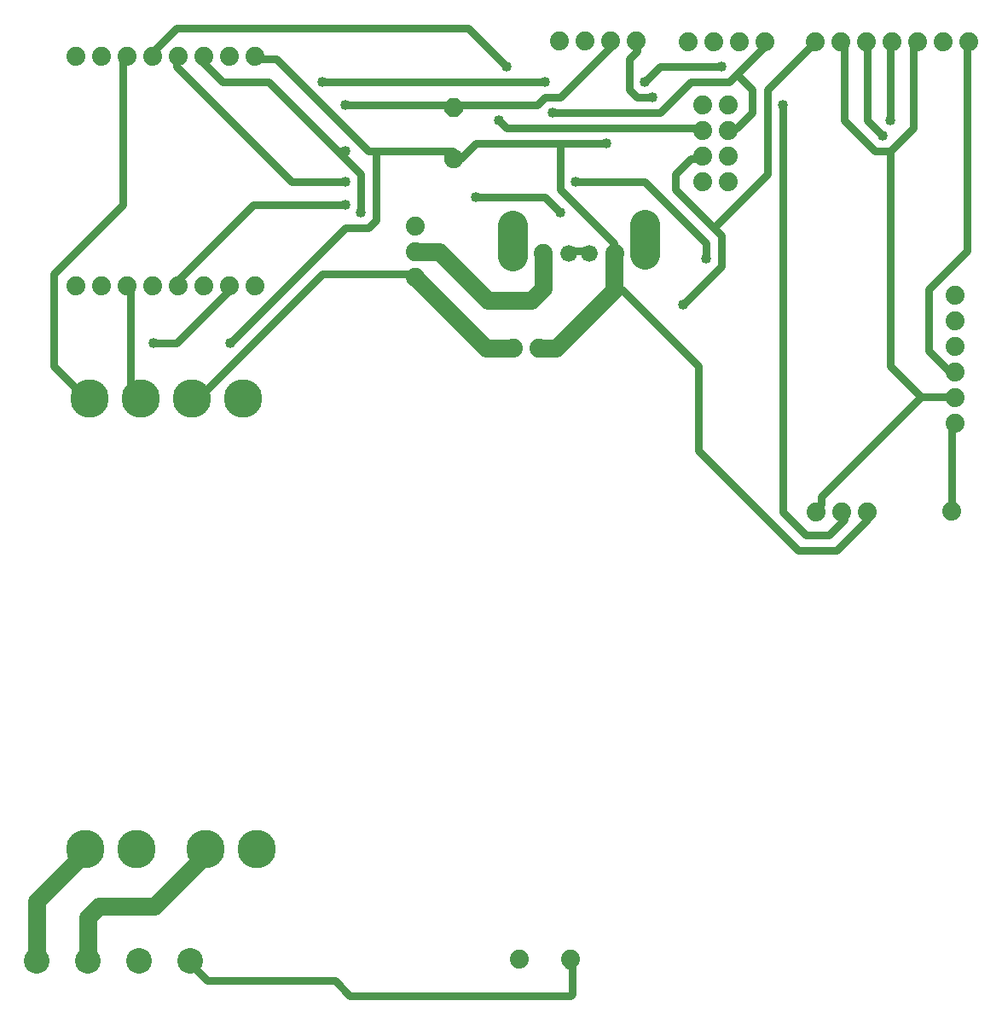
<source format=gtl>
G75*
%MOIN*%
%OFA0B0*%
%FSLAX25Y25*%
%IPPOS*%
%LPD*%
%AMOC8*
5,1,8,0,0,1.08239X$1,22.5*
%
%ADD10C,0.07400*%
%ADD11C,0.10000*%
%ADD12C,0.07500*%
%ADD13OC8,0.07500*%
%ADD14C,0.15000*%
%ADD15C,0.06600*%
%ADD16C,0.11811*%
%ADD17C,0.03000*%
%ADD18C,0.07000*%
%ADD19C,0.04000*%
D10*
X0233532Y0024268D03*
X0253532Y0024268D03*
X0349831Y0199150D03*
X0359831Y0199150D03*
X0369831Y0199150D03*
X0402627Y0199346D03*
X0403926Y0233756D03*
X0403926Y0243756D03*
X0403926Y0253756D03*
X0403926Y0263756D03*
X0403926Y0273756D03*
X0403926Y0283756D03*
X0315383Y0328126D03*
X0305383Y0328126D03*
X0305383Y0338126D03*
X0315383Y0338126D03*
X0315383Y0348126D03*
X0305383Y0348126D03*
X0305383Y0358126D03*
X0315383Y0358126D03*
X0319595Y0382850D03*
X0309595Y0382850D03*
X0299595Y0382850D03*
X0279438Y0382929D03*
X0269438Y0382929D03*
X0259438Y0382929D03*
X0249438Y0382929D03*
X0192942Y0310606D03*
X0192942Y0300606D03*
X0192942Y0290606D03*
X0231406Y0262929D03*
X0241406Y0262929D03*
X0242902Y0300094D03*
X0270934Y0300094D03*
X0329595Y0382850D03*
X0349517Y0382693D03*
X0359517Y0382693D03*
X0369517Y0382693D03*
X0379438Y0382772D03*
X0389438Y0382772D03*
X0399438Y0382772D03*
X0409438Y0382772D03*
X0130501Y0376866D03*
X0120501Y0376866D03*
X0110501Y0376866D03*
X0100501Y0376866D03*
X0090501Y0376866D03*
X0080501Y0376866D03*
X0070501Y0376866D03*
X0060501Y0376866D03*
X0060501Y0287496D03*
X0070501Y0287496D03*
X0080501Y0287496D03*
X0090501Y0287496D03*
X0100501Y0287496D03*
X0110501Y0287496D03*
X0120501Y0287496D03*
X0130501Y0287496D03*
D11*
X0045028Y0023756D03*
X0065028Y0023756D03*
X0085028Y0023756D03*
X0105028Y0023756D03*
D12*
X0207942Y0337063D03*
D13*
X0207942Y0357063D03*
D14*
X0125855Y0243205D03*
X0105855Y0243205D03*
X0085855Y0243205D03*
X0065855Y0243205D03*
X0063887Y0067220D03*
X0083887Y0067220D03*
X0110973Y0067220D03*
X0130973Y0067220D03*
D15*
X0252902Y0300094D03*
X0260934Y0300094D03*
D16*
X0282627Y0299543D02*
X0282627Y0311354D01*
X0231170Y0310961D02*
X0231170Y0299150D01*
D17*
X0249800Y0316000D02*
X0243800Y0322000D01*
X0216800Y0322000D01*
X0210800Y0337000D02*
X0207942Y0337063D01*
X0207800Y0340000D01*
X0177800Y0340000D01*
X0177800Y0313000D01*
X0174800Y0310000D01*
X0165800Y0310000D01*
X0120800Y0265000D01*
X0120800Y0286000D02*
X0099800Y0265000D01*
X0090800Y0265000D01*
X0081800Y0247000D02*
X0084800Y0244000D01*
X0085855Y0243205D01*
X0081800Y0247000D02*
X0081800Y0286000D01*
X0080501Y0287496D01*
X0099800Y0289000D02*
X0100501Y0287496D01*
X0099800Y0289000D02*
X0129800Y0319000D01*
X0165800Y0319000D01*
X0171800Y0316000D02*
X0171800Y0331000D01*
X0162800Y0340000D01*
X0165800Y0340000D01*
X0162800Y0340000D02*
X0135800Y0367000D01*
X0117800Y0367000D01*
X0108800Y0376000D01*
X0110501Y0376866D01*
X0100501Y0376866D02*
X0099800Y0376000D01*
X0099800Y0373000D01*
X0144800Y0328000D01*
X0165800Y0328000D01*
X0174800Y0340000D02*
X0177800Y0340000D01*
X0174800Y0340000D02*
X0138800Y0376000D01*
X0132800Y0376000D01*
X0130501Y0376866D01*
X0156800Y0367000D02*
X0243800Y0367000D01*
X0243800Y0361000D02*
X0240800Y0358000D01*
X0210800Y0358000D01*
X0207942Y0357063D01*
X0207800Y0358000D01*
X0165800Y0358000D01*
X0210800Y0337000D02*
X0216800Y0343000D01*
X0249800Y0343000D01*
X0249800Y0325000D01*
X0270800Y0304000D01*
X0270800Y0301000D01*
X0270934Y0300094D01*
X0260934Y0300094D02*
X0258800Y0301000D01*
X0255800Y0301000D01*
X0252902Y0300094D01*
X0270619Y0285646D02*
X0273800Y0286000D01*
X0303800Y0256000D01*
X0303800Y0223000D01*
X0342800Y0184000D01*
X0357800Y0184000D01*
X0369800Y0196000D01*
X0369800Y0199000D01*
X0369831Y0199150D01*
X0360800Y0199000D02*
X0360800Y0196000D01*
X0354800Y0190000D01*
X0345800Y0190000D01*
X0336800Y0199000D01*
X0336800Y0358000D01*
X0330800Y0364000D02*
X0330800Y0331000D01*
X0309800Y0310000D01*
X0312800Y0307000D01*
X0312800Y0295000D01*
X0297800Y0280000D01*
X0306800Y0298000D02*
X0306800Y0304000D01*
X0282800Y0328000D01*
X0255800Y0328000D01*
X0249800Y0343000D02*
X0267800Y0343000D01*
X0279800Y0361000D02*
X0276800Y0364000D01*
X0276800Y0376000D01*
X0279800Y0379000D01*
X0279800Y0382000D01*
X0279438Y0382929D01*
X0270800Y0382000D02*
X0269438Y0382929D01*
X0270800Y0382000D02*
X0249800Y0361000D01*
X0243800Y0361000D01*
X0246800Y0355000D02*
X0288800Y0355000D01*
X0300800Y0367000D01*
X0315800Y0367000D01*
X0318800Y0370000D01*
X0324800Y0364000D01*
X0324800Y0355000D01*
X0318800Y0349000D01*
X0315800Y0349000D01*
X0315383Y0348126D01*
X0305383Y0348126D02*
X0303800Y0349000D01*
X0228800Y0349000D01*
X0225800Y0352000D01*
X0228800Y0373000D02*
X0213800Y0388000D01*
X0099800Y0388000D01*
X0090800Y0379000D01*
X0090501Y0376866D01*
X0080501Y0376866D02*
X0078800Y0376000D01*
X0078800Y0319000D01*
X0051800Y0292000D01*
X0051800Y0256000D01*
X0063800Y0244000D01*
X0065855Y0243205D01*
X0105855Y0243205D02*
X0108800Y0244000D01*
X0156800Y0292000D01*
X0189800Y0292000D01*
X0192942Y0290606D01*
X0120800Y0286000D02*
X0120501Y0287496D01*
X0279800Y0361000D02*
X0285800Y0361000D01*
X0282800Y0367000D02*
X0288800Y0373000D01*
X0312800Y0373000D01*
X0318800Y0370000D02*
X0330800Y0382000D01*
X0329595Y0382850D01*
X0330800Y0364000D02*
X0348800Y0382000D01*
X0349517Y0382693D01*
X0359517Y0382693D02*
X0360800Y0382000D01*
X0360800Y0352000D01*
X0372800Y0340000D01*
X0378800Y0340000D01*
X0378800Y0256000D01*
X0390800Y0244000D01*
X0402800Y0244000D01*
X0403926Y0243756D01*
X0402800Y0253000D02*
X0403926Y0253756D01*
X0402800Y0253000D02*
X0393800Y0262000D01*
X0393800Y0286000D01*
X0408800Y0301000D01*
X0408800Y0382000D01*
X0409438Y0382772D01*
X0389438Y0382772D02*
X0387800Y0382000D01*
X0387800Y0349000D01*
X0378800Y0340000D01*
X0375800Y0346000D02*
X0369800Y0352000D01*
X0369800Y0382000D01*
X0369517Y0382693D01*
X0378800Y0382000D02*
X0379438Y0382772D01*
X0378800Y0382000D02*
X0378800Y0352000D01*
X0309800Y0310000D02*
X0294800Y0325000D01*
X0294800Y0331000D01*
X0300800Y0337000D01*
X0303800Y0337000D01*
X0305383Y0338126D01*
X0390800Y0244000D02*
X0351800Y0205000D01*
X0351800Y0202000D01*
X0349831Y0199150D01*
X0359831Y0199150D02*
X0360800Y0199000D01*
X0402627Y0199346D02*
X0402800Y0202000D01*
X0402800Y0232000D01*
X0403926Y0233756D01*
X0253532Y0024268D02*
X0252800Y0022000D01*
X0254477Y0023441D02*
X0254083Y0023835D01*
X0254477Y0023441D02*
X0254477Y0010843D01*
X0253690Y0010055D01*
X0167469Y0010055D01*
X0161564Y0015961D01*
X0111564Y0015961D01*
X0111800Y0016000D02*
X0105800Y0022000D01*
X0105028Y0023756D01*
D18*
X0091091Y0045094D02*
X0069438Y0045094D01*
X0065107Y0040764D01*
X0065107Y0023835D01*
X0065028Y0023756D01*
X0045028Y0023756D02*
X0045028Y0047063D01*
X0063887Y0065921D01*
X0063887Y0067220D01*
X0091091Y0045094D02*
X0110973Y0064976D01*
X0110973Y0067220D01*
X0220619Y0262929D02*
X0192942Y0290606D01*
X0192942Y0300606D02*
X0202509Y0300606D01*
X0221406Y0281709D01*
X0238335Y0281709D01*
X0243060Y0286433D01*
X0243060Y0299937D01*
X0242902Y0300094D01*
X0270619Y0299780D02*
X0270619Y0285646D01*
X0247902Y0262929D01*
X0241406Y0262929D01*
X0231406Y0262929D02*
X0220619Y0262929D01*
X0270619Y0299780D02*
X0270934Y0300094D01*
D19*
X0249800Y0316000D03*
X0255800Y0328000D03*
X0267800Y0343000D03*
X0285800Y0361000D03*
X0282800Y0367000D03*
X0312800Y0373000D03*
X0336800Y0358000D03*
X0375800Y0346000D03*
X0378800Y0352000D03*
X0306800Y0298000D03*
X0297800Y0280000D03*
X0216800Y0322000D03*
X0225800Y0352000D03*
X0246800Y0355000D03*
X0243800Y0367000D03*
X0228800Y0373000D03*
X0165800Y0358000D03*
X0156800Y0367000D03*
X0165800Y0340000D03*
X0165800Y0328000D03*
X0165800Y0319000D03*
X0171800Y0316000D03*
X0120800Y0265000D03*
X0090800Y0265000D03*
M02*

</source>
